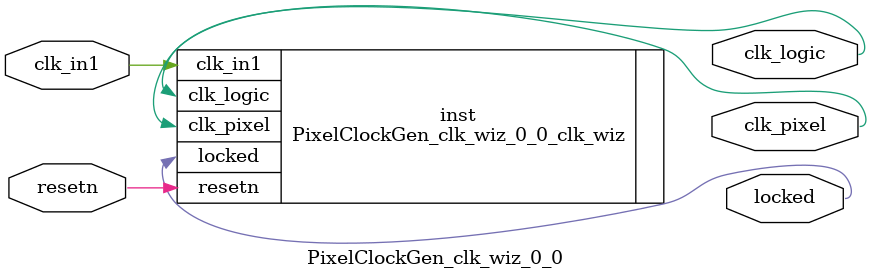
<source format=v>


`timescale 1ps/1ps

(* CORE_GENERATION_INFO = "PixelClockGen_clk_wiz_0_0,clk_wiz_v6_0_10_0_0,{component_name=PixelClockGen_clk_wiz_0_0,use_phase_alignment=true,use_min_o_jitter=false,use_max_i_jitter=false,use_dyn_phase_shift=false,use_inclk_switchover=false,use_dyn_reconfig=false,enable_axi=0,feedback_source=FDBK_AUTO,PRIMITIVE=MMCM,num_out_clk=2,clkin1_period=10.000,clkin2_period=10.000,use_power_down=false,use_reset=true,use_locked=true,use_inclk_stopped=false,feedback_type=SINGLE,CLOCK_MGR_TYPE=NA,manual_override=false}" *)

module PixelClockGen_clk_wiz_0_0 
 (
  // Clock out ports
  output        clk_logic,
  output        clk_pixel,
  // Status and control signals
  input         resetn,
  output        locked,
 // Clock in ports
  input         clk_in1
 );

  PixelClockGen_clk_wiz_0_0_clk_wiz inst
  (
  // Clock out ports  
  .clk_logic(clk_logic),
  .clk_pixel(clk_pixel),
  // Status and control signals               
  .resetn(resetn), 
  .locked(locked),
 // Clock in ports
  .clk_in1(clk_in1)
  );

endmodule

</source>
